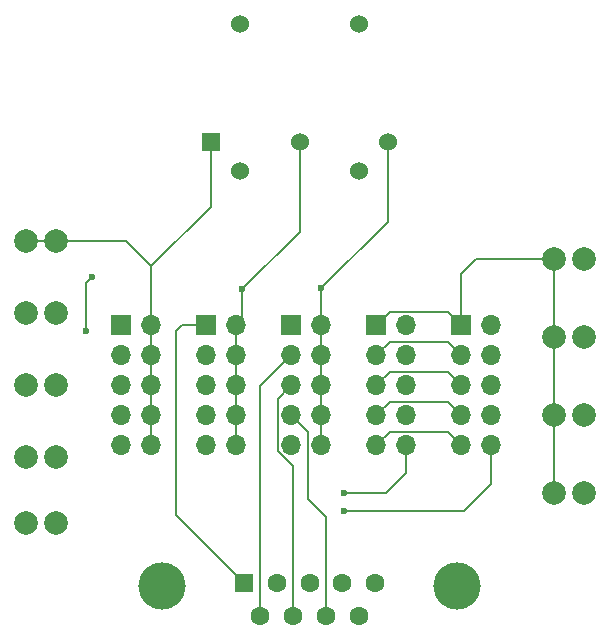
<source format=gbr>
%TF.GenerationSoftware,KiCad,Pcbnew,8.0.2*%
%TF.CreationDate,2024-08-10T15:59:04+02:00*%
%TF.ProjectId,p2000m-mda-interface,70323030-306d-42d6-9d64-612d696e7465,rev?*%
%TF.SameCoordinates,Original*%
%TF.FileFunction,Copper,L1,Top*%
%TF.FilePolarity,Positive*%
%FSLAX46Y46*%
G04 Gerber Fmt 4.6, Leading zero omitted, Abs format (unit mm)*
G04 Created by KiCad (PCBNEW 8.0.2) date 2024-08-10 15:59:04*
%MOMM*%
%LPD*%
G01*
G04 APERTURE LIST*
%TA.AperFunction,ComponentPad*%
%ADD10C,2.000000*%
%TD*%
%TA.AperFunction,ComponentPad*%
%ADD11R,1.700000X1.700000*%
%TD*%
%TA.AperFunction,ComponentPad*%
%ADD12O,1.700000X1.700000*%
%TD*%
%TA.AperFunction,ComponentPad*%
%ADD13C,1.524000*%
%TD*%
%TA.AperFunction,ComponentPad*%
%ADD14R,1.524000X1.524000*%
%TD*%
%TA.AperFunction,ComponentPad*%
%ADD15C,4.000000*%
%TD*%
%TA.AperFunction,ComponentPad*%
%ADD16R,1.600000X1.600000*%
%TD*%
%TA.AperFunction,ComponentPad*%
%ADD17C,1.600000*%
%TD*%
%TA.AperFunction,ViaPad*%
%ADD18C,0.600000*%
%TD*%
%TA.AperFunction,Conductor*%
%ADD19C,0.200000*%
%TD*%
G04 APERTURE END LIST*
D10*
%TO.P,TP9,1,1*%
%TO.N,GND*%
X64516000Y-61976000D03*
X67056000Y-61976000D03*
%TD*%
%TO.P,TP8,1,1*%
%TO.N,5*%
X19812000Y-64516000D03*
X22352000Y-64516000D03*
%TD*%
%TO.P,TP7,1,1*%
%TO.N,4*%
X19812000Y-58928000D03*
X22352000Y-58928000D03*
%TD*%
%TO.P,TP6,1,1*%
%TO.N,3*%
X19812000Y-52832000D03*
X22352000Y-52832000D03*
%TD*%
%TO.P,TP5,1,1*%
%TO.N,2*%
X19812000Y-46736000D03*
X22352000Y-46736000D03*
%TD*%
%TO.P,TP4,1,1*%
%TO.N,1*%
X19812000Y-40640000D03*
X22352000Y-40640000D03*
%TD*%
%TO.P,TP3,1,1*%
%TO.N,GND*%
X64516000Y-55372000D03*
X67056000Y-55372000D03*
%TD*%
%TO.P,TP2,1,1*%
%TO.N,GND*%
X64516000Y-48768000D03*
X67056000Y-48768000D03*
%TD*%
%TO.P,TP1,1,1*%
%TO.N,GND*%
X64516000Y-42164000D03*
X67056000Y-42164000D03*
%TD*%
D11*
%TO.P,J7,1,Pin_1*%
%TO.N,GND*%
X56652000Y-47752000D03*
D12*
%TO.P,J7,2,Pin_2*%
%TO.N,5*%
X59192000Y-47752000D03*
%TO.P,J7,3,Pin_3*%
%TO.N,I*%
X56652000Y-50292000D03*
%TO.P,J7,4,Pin_4*%
%TO.N,5*%
X59192000Y-50292000D03*
%TO.P,J7,5,Pin_5*%
%TO.N,P*%
X56652000Y-52832000D03*
%TO.P,J7,6,Pin_6*%
%TO.N,5*%
X59192000Y-52832000D03*
%TO.P,J7,7,Pin_7*%
%TO.N,H*%
X56652000Y-55372000D03*
%TO.P,J7,8,Pin_8*%
%TO.N,5*%
X59192000Y-55372000D03*
%TO.P,J7,9,Pin_9*%
%TO.N,V*%
X56652000Y-57912000D03*
%TO.P,J7,10,Pin_10*%
%TO.N,5*%
X59192000Y-57912000D03*
%TD*%
D11*
%TO.P,J6,1,Pin_1*%
%TO.N,GND*%
X49452000Y-47752000D03*
D12*
%TO.P,J6,2,Pin_2*%
%TO.N,4*%
X51992000Y-47752000D03*
%TO.P,J6,3,Pin_3*%
%TO.N,I*%
X49452000Y-50292000D03*
%TO.P,J6,4,Pin_4*%
%TO.N,4*%
X51992000Y-50292000D03*
%TO.P,J6,5,Pin_5*%
%TO.N,P*%
X49452000Y-52832000D03*
%TO.P,J6,6,Pin_6*%
%TO.N,4*%
X51992000Y-52832000D03*
%TO.P,J6,7,Pin_7*%
%TO.N,H*%
X49452000Y-55372000D03*
%TO.P,J6,8,Pin_8*%
%TO.N,4*%
X51992000Y-55372000D03*
%TO.P,J6,9,Pin_9*%
%TO.N,V*%
X49452000Y-57912000D03*
%TO.P,J6,10,Pin_10*%
%TO.N,4*%
X51992000Y-57912000D03*
%TD*%
D11*
%TO.P,J5,1,Pin_1*%
%TO.N,GND*%
X42252000Y-47752000D03*
D12*
%TO.P,J5,2,Pin_2*%
%TO.N,3*%
X44792000Y-47752000D03*
%TO.P,J5,3,Pin_3*%
%TO.N,I*%
X42252000Y-50292000D03*
%TO.P,J5,4,Pin_4*%
%TO.N,3*%
X44792000Y-50292000D03*
%TO.P,J5,5,Pin_5*%
%TO.N,P*%
X42252000Y-52832000D03*
%TO.P,J5,6,Pin_6*%
%TO.N,3*%
X44792000Y-52832000D03*
%TO.P,J5,7,Pin_7*%
%TO.N,H*%
X42252000Y-55372000D03*
%TO.P,J5,8,Pin_8*%
%TO.N,3*%
X44792000Y-55372000D03*
%TO.P,J5,9,Pin_9*%
%TO.N,V*%
X42252000Y-57912000D03*
%TO.P,J5,10,Pin_10*%
%TO.N,3*%
X44792000Y-57912000D03*
%TD*%
D11*
%TO.P,J4,1,Pin_1*%
%TO.N,GND*%
X35052000Y-47752000D03*
D12*
%TO.P,J4,2,Pin_2*%
%TO.N,2*%
X37592000Y-47752000D03*
%TO.P,J4,3,Pin_3*%
%TO.N,I*%
X35052000Y-50292000D03*
%TO.P,J4,4,Pin_4*%
%TO.N,2*%
X37592000Y-50292000D03*
%TO.P,J4,5,Pin_5*%
%TO.N,P*%
X35052000Y-52832000D03*
%TO.P,J4,6,Pin_6*%
%TO.N,2*%
X37592000Y-52832000D03*
%TO.P,J4,7,Pin_7*%
%TO.N,H*%
X35052000Y-55372000D03*
%TO.P,J4,8,Pin_8*%
%TO.N,2*%
X37592000Y-55372000D03*
%TO.P,J4,9,Pin_9*%
%TO.N,V*%
X35052000Y-57912000D03*
%TO.P,J4,10,Pin_10*%
%TO.N,2*%
X37592000Y-57912000D03*
%TD*%
D11*
%TO.P,J3,1,Pin_1*%
%TO.N,GND*%
X27852000Y-47752000D03*
D12*
%TO.P,J3,2,Pin_2*%
%TO.N,1*%
X30392000Y-47752000D03*
%TO.P,J3,3,Pin_3*%
%TO.N,I*%
X27852000Y-50292000D03*
%TO.P,J3,4,Pin_4*%
%TO.N,1*%
X30392000Y-50292000D03*
%TO.P,J3,5,Pin_5*%
%TO.N,P*%
X27852000Y-52832000D03*
%TO.P,J3,6,Pin_6*%
%TO.N,1*%
X30392000Y-52832000D03*
%TO.P,J3,7,Pin_7*%
%TO.N,H*%
X27852000Y-55372000D03*
%TO.P,J3,8,Pin_8*%
%TO.N,1*%
X30392000Y-55372000D03*
%TO.P,J3,9,Pin_9*%
%TO.N,V*%
X27852000Y-57912000D03*
%TO.P,J3,10,Pin_10*%
%TO.N,1*%
X30392000Y-57912000D03*
%TD*%
D13*
%TO.P,J2,*%
%TO.N,*%
X37942500Y-22210000D03*
X47942500Y-22210000D03*
D14*
%TO.P,J2,1*%
%TO.N,1*%
X35442500Y-32210000D03*
D13*
%TO.P,J2,2*%
%TO.N,2*%
X42942500Y-32210000D03*
%TO.P,J2,3*%
%TO.N,3*%
X50442500Y-32210000D03*
%TO.P,J2,4*%
%TO.N,4*%
X37942500Y-34710000D03*
%TO.P,J2,5*%
%TO.N,5*%
X47942500Y-34710000D03*
%TD*%
D15*
%TO.P,J1,0*%
%TO.N,N/C*%
X31287500Y-69845000D03*
X56287500Y-69845000D03*
D16*
%TO.P,J1,1,1*%
%TO.N,GND*%
X38247500Y-69545000D03*
D17*
%TO.P,J1,2,2*%
X41017500Y-69545000D03*
%TO.P,J1,3,3*%
%TO.N,unconnected-(J1-Pad3)*%
X43787500Y-69545000D03*
%TO.P,J1,4,4*%
%TO.N,unconnected-(J1-Pad4)*%
X46557500Y-69545000D03*
%TO.P,J1,5,5*%
%TO.N,unconnected-(J1-Pad5)*%
X49327500Y-69545000D03*
%TO.P,J1,6,6*%
%TO.N,I*%
X39632500Y-72385000D03*
%TO.P,J1,7,7*%
%TO.N,P*%
X42402500Y-72385000D03*
%TO.P,J1,8,8*%
%TO.N,H*%
X45172500Y-72385000D03*
%TO.P,J1,9,9*%
%TO.N,V*%
X47942500Y-72385000D03*
%TD*%
D18*
%TO.N,5*%
X46736000Y-63500000D03*
%TO.N,4*%
X46736000Y-61976000D03*
%TO.N,3*%
X44792000Y-44616000D03*
X25400000Y-43688000D03*
X24892000Y-48260000D03*
%TO.N,2*%
X38100000Y-44704000D03*
%TD*%
D19*
%TO.N,GND*%
X57912000Y-42164000D02*
X64516000Y-42164000D01*
X56652000Y-43424000D02*
X57912000Y-42164000D01*
X56652000Y-47752000D02*
X56652000Y-43424000D01*
X64516000Y-61976000D02*
X64516000Y-42164000D01*
%TO.N,5*%
X59192000Y-61204000D02*
X59192000Y-57912000D01*
X56896000Y-63500000D02*
X59192000Y-61204000D01*
X46736000Y-63500000D02*
X56896000Y-63500000D01*
%TO.N,4*%
X51992000Y-60276000D02*
X51992000Y-57912000D01*
X46736000Y-61976000D02*
X50292000Y-61976000D01*
X50292000Y-61976000D02*
X51992000Y-60276000D01*
%TO.N,3*%
X24892000Y-44196000D02*
X25400000Y-43688000D01*
X24892000Y-48260000D02*
X24892000Y-44196000D01*
%TO.N,1*%
X28272000Y-40640000D02*
X30392000Y-42760000D01*
X22352000Y-40640000D02*
X28272000Y-40640000D01*
X19812000Y-40640000D02*
X22352000Y-40640000D01*
%TO.N,GND*%
X33020000Y-47752000D02*
X35052000Y-47752000D01*
X32512000Y-48260000D02*
X33020000Y-47752000D01*
X38247500Y-69545000D02*
X32512000Y-63809500D01*
X32512000Y-63809500D02*
X32512000Y-48260000D01*
%TO.N,I*%
X39632500Y-52911500D02*
X42252000Y-50292000D01*
X39632500Y-72385000D02*
X39632500Y-52911500D01*
%TO.N,P*%
X41102000Y-53982000D02*
X42252000Y-52832000D01*
X42402500Y-59688846D02*
X41102000Y-58388346D01*
X42402500Y-72385000D02*
X42402500Y-59688846D01*
X41102000Y-58388346D02*
X41102000Y-53982000D01*
%TO.N,H*%
X43642000Y-56762000D02*
X42252000Y-55372000D01*
X43642000Y-62438000D02*
X43642000Y-56762000D01*
X45172500Y-63968500D02*
X43642000Y-62438000D01*
X45172500Y-72385000D02*
X45172500Y-63968500D01*
%TO.N,V*%
X50602000Y-56762000D02*
X55502000Y-56762000D01*
X49452000Y-57912000D02*
X50602000Y-56762000D01*
X55502000Y-56762000D02*
X56652000Y-57912000D01*
%TO.N,H*%
X55502000Y-54222000D02*
X56652000Y-55372000D01*
X50602000Y-54222000D02*
X55502000Y-54222000D01*
X49452000Y-55372000D02*
X50602000Y-54222000D01*
%TO.N,P*%
X55502000Y-51682000D02*
X56652000Y-52832000D01*
X50602000Y-51682000D02*
X55502000Y-51682000D01*
X49452000Y-52832000D02*
X50602000Y-51682000D01*
%TO.N,I*%
X55502000Y-49142000D02*
X56652000Y-50292000D01*
X50602000Y-49142000D02*
X55502000Y-49142000D01*
X49452000Y-50292000D02*
X50602000Y-49142000D01*
%TO.N,GND*%
X50602000Y-46602000D02*
X49452000Y-47752000D01*
X56652000Y-47752000D02*
X55502000Y-46602000D01*
X55502000Y-46602000D02*
X50602000Y-46602000D01*
%TO.N,3*%
X50442500Y-38965500D02*
X50442500Y-32210000D01*
X44792000Y-44616000D02*
X50442500Y-38965500D01*
X44792000Y-47752000D02*
X44792000Y-44616000D01*
X44792000Y-57912000D02*
X44792000Y-47752000D01*
%TO.N,2*%
X42942500Y-39861500D02*
X42942500Y-32210000D01*
X38100000Y-44704000D02*
X42942500Y-39861500D01*
X38100000Y-47244000D02*
X38100000Y-44704000D01*
X37592000Y-47752000D02*
X38100000Y-47244000D01*
X37592000Y-57912000D02*
X37592000Y-47752000D01*
%TO.N,1*%
X35442500Y-37709500D02*
X35442500Y-32210000D01*
X30392000Y-42760000D02*
X35442500Y-37709500D01*
X30392000Y-47752000D02*
X30392000Y-42760000D01*
X30392000Y-57912000D02*
X30392000Y-47752000D01*
%TD*%
M02*

</source>
